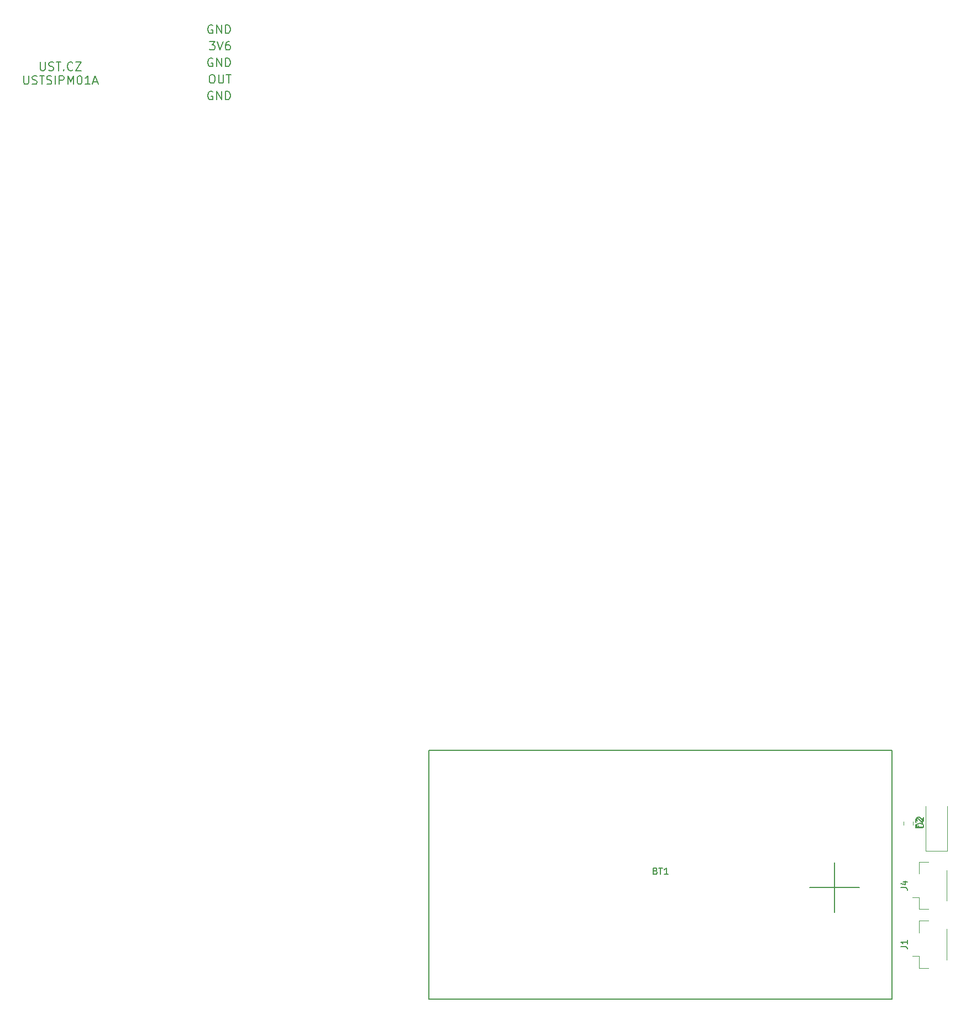
<source format=gbr>
%TF.GenerationSoftware,KiCad,Pcbnew,6.0.4-6f826c9f35~116~ubuntu20.04.1*%
%TF.CreationDate,2022-07-18T09:06:11+00:00*%
%TF.ProjectId,UST1BATTD01A,55535431-4241-4545-9444-3031412e6b69,rev?*%
%TF.SameCoordinates,PX463f660PY87a6900*%
%TF.FileFunction,Legend,Top*%
%TF.FilePolarity,Positive*%
%FSLAX46Y46*%
G04 Gerber Fmt 4.6, Leading zero omitted, Abs format (unit mm)*
G04 Created by KiCad (PCBNEW 6.0.4-6f826c9f35~116~ubuntu20.04.1) date 2022-07-18 09:06:11*
%MOMM*%
%LPD*%
G01*
G04 APERTURE LIST*
%ADD10C,0.200000*%
%ADD11C,0.150000*%
%ADD12C,0.120000*%
G04 APERTURE END LIST*
D10*
X-22913429Y145310000D02*
X-23037239Y145371904D01*
X-23222953Y145371904D01*
X-23408667Y145310000D01*
X-23532477Y145186190D01*
X-23594381Y145062380D01*
X-23656286Y144814761D01*
X-23656286Y144629047D01*
X-23594381Y144381428D01*
X-23532477Y144257619D01*
X-23408667Y144133809D01*
X-23222953Y144071904D01*
X-23099143Y144071904D01*
X-22913429Y144133809D01*
X-22851524Y144195714D01*
X-22851524Y144629047D01*
X-23099143Y144629047D01*
X-22294381Y144071904D02*
X-22294381Y145371904D01*
X-21551524Y144071904D01*
X-21551524Y145371904D01*
X-20932477Y144071904D02*
X-20932477Y145371904D01*
X-20622953Y145371904D01*
X-20437239Y145310000D01*
X-20313429Y145186190D01*
X-20251524Y145062380D01*
X-20189620Y144814761D01*
X-20189620Y144629047D01*
X-20251524Y144381428D01*
X-20313429Y144257619D01*
X-20437239Y144133809D01*
X-20622953Y144071904D01*
X-20932477Y144071904D01*
X-49292286Y149840404D02*
X-49292286Y148788023D01*
X-49230381Y148664214D01*
X-49168477Y148602309D01*
X-49044667Y148540404D01*
X-48797048Y148540404D01*
X-48673239Y148602309D01*
X-48611334Y148664214D01*
X-48549429Y148788023D01*
X-48549429Y149840404D01*
X-47992286Y148602309D02*
X-47806572Y148540404D01*
X-47497048Y148540404D01*
X-47373239Y148602309D01*
X-47311334Y148664214D01*
X-47249429Y148788023D01*
X-47249429Y148911833D01*
X-47311334Y149035642D01*
X-47373239Y149097547D01*
X-47497048Y149159452D01*
X-47744667Y149221357D01*
X-47868477Y149283261D01*
X-47930381Y149345166D01*
X-47992286Y149468976D01*
X-47992286Y149592785D01*
X-47930381Y149716595D01*
X-47868477Y149778500D01*
X-47744667Y149840404D01*
X-47435143Y149840404D01*
X-47249429Y149778500D01*
X-46878000Y149840404D02*
X-46135143Y149840404D01*
X-46506572Y148540404D02*
X-46506572Y149840404D01*
X-45701810Y148664214D02*
X-45639905Y148602309D01*
X-45701810Y148540404D01*
X-45763715Y148602309D01*
X-45701810Y148664214D01*
X-45701810Y148540404D01*
X-44339905Y148664214D02*
X-44401810Y148602309D01*
X-44587524Y148540404D01*
X-44711334Y148540404D01*
X-44897048Y148602309D01*
X-45020858Y148726119D01*
X-45082762Y148849928D01*
X-45144667Y149097547D01*
X-45144667Y149283261D01*
X-45082762Y149530880D01*
X-45020858Y149654690D01*
X-44897048Y149778500D01*
X-44711334Y149840404D01*
X-44587524Y149840404D01*
X-44401810Y149778500D01*
X-44339905Y149716595D01*
X-43906572Y149840404D02*
X-43039905Y149840404D01*
X-43906572Y148540404D01*
X-43039905Y148540404D01*
X-51830381Y147747404D02*
X-51830381Y146695023D01*
X-51768477Y146571214D01*
X-51706572Y146509309D01*
X-51582762Y146447404D01*
X-51335143Y146447404D01*
X-51211334Y146509309D01*
X-51149429Y146571214D01*
X-51087524Y146695023D01*
X-51087524Y147747404D01*
X-50530381Y146509309D02*
X-50344667Y146447404D01*
X-50035143Y146447404D01*
X-49911334Y146509309D01*
X-49849429Y146571214D01*
X-49787524Y146695023D01*
X-49787524Y146818833D01*
X-49849429Y146942642D01*
X-49911334Y147004547D01*
X-50035143Y147066452D01*
X-50282762Y147128357D01*
X-50406572Y147190261D01*
X-50468477Y147252166D01*
X-50530381Y147375976D01*
X-50530381Y147499785D01*
X-50468477Y147623595D01*
X-50406572Y147685500D01*
X-50282762Y147747404D01*
X-49973239Y147747404D01*
X-49787524Y147685500D01*
X-49416096Y147747404D02*
X-48673239Y147747404D01*
X-49044667Y146447404D02*
X-49044667Y147747404D01*
X-48301810Y146509309D02*
X-48116096Y146447404D01*
X-47806572Y146447404D01*
X-47682762Y146509309D01*
X-47620858Y146571214D01*
X-47558953Y146695023D01*
X-47558953Y146818833D01*
X-47620858Y146942642D01*
X-47682762Y147004547D01*
X-47806572Y147066452D01*
X-48054191Y147128357D01*
X-48178000Y147190261D01*
X-48239905Y147252166D01*
X-48301810Y147375976D01*
X-48301810Y147499785D01*
X-48239905Y147623595D01*
X-48178000Y147685500D01*
X-48054191Y147747404D01*
X-47744667Y147747404D01*
X-47558953Y147685500D01*
X-47001810Y146447404D02*
X-47001810Y147747404D01*
X-46382762Y146447404D02*
X-46382762Y147747404D01*
X-45887524Y147747404D01*
X-45763715Y147685500D01*
X-45701810Y147623595D01*
X-45639905Y147499785D01*
X-45639905Y147314071D01*
X-45701810Y147190261D01*
X-45763715Y147128357D01*
X-45887524Y147066452D01*
X-46382762Y147066452D01*
X-45082762Y146447404D02*
X-45082762Y147747404D01*
X-44649429Y146818833D01*
X-44216096Y147747404D01*
X-44216096Y146447404D01*
X-43349429Y147747404D02*
X-43225620Y147747404D01*
X-43101810Y147685500D01*
X-43039905Y147623595D01*
X-42978000Y147499785D01*
X-42916096Y147252166D01*
X-42916096Y146942642D01*
X-42978000Y146695023D01*
X-43039905Y146571214D01*
X-43101810Y146509309D01*
X-43225620Y146447404D01*
X-43349429Y146447404D01*
X-43473239Y146509309D01*
X-43535143Y146571214D01*
X-43597048Y146695023D01*
X-43658953Y146942642D01*
X-43658953Y147252166D01*
X-43597048Y147499785D01*
X-43535143Y147623595D01*
X-43473239Y147685500D01*
X-43349429Y147747404D01*
X-41678000Y146447404D02*
X-42420858Y146447404D01*
X-42049429Y146447404D02*
X-42049429Y147747404D01*
X-42173239Y147561690D01*
X-42297048Y147437880D01*
X-42420858Y147375976D01*
X-41182762Y146818833D02*
X-40563715Y146818833D01*
X-41306572Y146447404D02*
X-40873239Y147747404D01*
X-40439905Y146447404D01*
X-23099143Y147911904D02*
X-22851524Y147911904D01*
X-22727715Y147850000D01*
X-22603905Y147726190D01*
X-22542000Y147478571D01*
X-22542000Y147045238D01*
X-22603905Y146797619D01*
X-22727715Y146673809D01*
X-22851524Y146611904D01*
X-23099143Y146611904D01*
X-23222953Y146673809D01*
X-23346762Y146797619D01*
X-23408667Y147045238D01*
X-23408667Y147478571D01*
X-23346762Y147726190D01*
X-23222953Y147850000D01*
X-23099143Y147911904D01*
X-21984858Y147911904D02*
X-21984858Y146859523D01*
X-21922953Y146735714D01*
X-21861048Y146673809D01*
X-21737239Y146611904D01*
X-21489620Y146611904D01*
X-21365810Y146673809D01*
X-21303905Y146735714D01*
X-21242000Y146859523D01*
X-21242000Y147911904D01*
X-20808667Y147911904D02*
X-20065810Y147911904D01*
X-20437239Y146611904D02*
X-20437239Y147911904D01*
X-22913429Y155470000D02*
X-23037239Y155531904D01*
X-23222953Y155531904D01*
X-23408667Y155470000D01*
X-23532477Y155346190D01*
X-23594381Y155222380D01*
X-23656286Y154974761D01*
X-23656286Y154789047D01*
X-23594381Y154541428D01*
X-23532477Y154417619D01*
X-23408667Y154293809D01*
X-23222953Y154231904D01*
X-23099143Y154231904D01*
X-22913429Y154293809D01*
X-22851524Y154355714D01*
X-22851524Y154789047D01*
X-23099143Y154789047D01*
X-22294381Y154231904D02*
X-22294381Y155531904D01*
X-21551524Y154231904D01*
X-21551524Y155531904D01*
X-20932477Y154231904D02*
X-20932477Y155531904D01*
X-20622953Y155531904D01*
X-20437239Y155470000D01*
X-20313429Y155346190D01*
X-20251524Y155222380D01*
X-20189620Y154974761D01*
X-20189620Y154789047D01*
X-20251524Y154541428D01*
X-20313429Y154417619D01*
X-20437239Y154293809D01*
X-20622953Y154231904D01*
X-20932477Y154231904D01*
X-23346762Y152991904D02*
X-22542000Y152991904D01*
X-22975334Y152496666D01*
X-22789620Y152496666D01*
X-22665810Y152434761D01*
X-22603905Y152372857D01*
X-22542000Y152249047D01*
X-22542000Y151939523D01*
X-22603905Y151815714D01*
X-22665810Y151753809D01*
X-22789620Y151691904D01*
X-23161048Y151691904D01*
X-23284858Y151753809D01*
X-23346762Y151815714D01*
X-22170572Y152991904D02*
X-21737239Y151691904D01*
X-21303905Y152991904D01*
X-20313429Y152991904D02*
X-20561048Y152991904D01*
X-20684858Y152930000D01*
X-20746762Y152868095D01*
X-20870572Y152682380D01*
X-20932477Y152434761D01*
X-20932477Y151939523D01*
X-20870572Y151815714D01*
X-20808667Y151753809D01*
X-20684858Y151691904D01*
X-20437239Y151691904D01*
X-20313429Y151753809D01*
X-20251524Y151815714D01*
X-20189620Y151939523D01*
X-20189620Y152249047D01*
X-20251524Y152372857D01*
X-20313429Y152434761D01*
X-20437239Y152496666D01*
X-20684858Y152496666D01*
X-20808667Y152434761D01*
X-20870572Y152372857D01*
X-20932477Y152249047D01*
X-22913429Y150390000D02*
X-23037239Y150451904D01*
X-23222953Y150451904D01*
X-23408667Y150390000D01*
X-23532477Y150266190D01*
X-23594381Y150142380D01*
X-23656286Y149894761D01*
X-23656286Y149709047D01*
X-23594381Y149461428D01*
X-23532477Y149337619D01*
X-23408667Y149213809D01*
X-23222953Y149151904D01*
X-23099143Y149151904D01*
X-22913429Y149213809D01*
X-22851524Y149275714D01*
X-22851524Y149709047D01*
X-23099143Y149709047D01*
X-22294381Y149151904D02*
X-22294381Y150451904D01*
X-21551524Y149151904D01*
X-21551524Y150451904D01*
X-20932477Y149151904D02*
X-20932477Y150451904D01*
X-20622953Y150451904D01*
X-20437239Y150390000D01*
X-20313429Y150266190D01*
X-20251524Y150142380D01*
X-20189620Y149894761D01*
X-20189620Y149709047D01*
X-20251524Y149461428D01*
X-20313429Y149337619D01*
X-20437239Y149213809D01*
X-20622953Y149151904D01*
X-20932477Y149151904D01*
D11*
%TO.C,BT1*%
X44934285Y25971429D02*
X45077142Y25923810D01*
X45124761Y25876191D01*
X45172380Y25780953D01*
X45172380Y25638096D01*
X45124761Y25542858D01*
X45077142Y25495239D01*
X44981904Y25447620D01*
X44600952Y25447620D01*
X44600952Y26447620D01*
X44934285Y26447620D01*
X45029523Y26400000D01*
X45077142Y26352381D01*
X45124761Y26257143D01*
X45124761Y26161905D01*
X45077142Y26066667D01*
X45029523Y26019048D01*
X44934285Y25971429D01*
X44600952Y25971429D01*
X45458095Y26447620D02*
X46029523Y26447620D01*
X45743809Y25447620D02*
X45743809Y26447620D01*
X46886666Y25447620D02*
X46315238Y25447620D01*
X46600952Y25447620D02*
X46600952Y26447620D01*
X46505714Y26304762D01*
X46410476Y26209524D01*
X46315238Y26161905D01*
X68580476Y23415715D02*
X76199523Y23415715D01*
X72390000Y19606191D02*
X72390000Y27225239D01*
%TO.C,D2*%
X85963380Y32702905D02*
X84963380Y32702905D01*
X84963380Y32941000D01*
X85011000Y33083858D01*
X85106238Y33179096D01*
X85201476Y33226715D01*
X85391952Y33274334D01*
X85534809Y33274334D01*
X85725285Y33226715D01*
X85820523Y33179096D01*
X85915761Y33083858D01*
X85963380Y32941000D01*
X85963380Y32702905D01*
X85058619Y33655286D02*
X85011000Y33702905D01*
X84963380Y33798143D01*
X84963380Y34036239D01*
X85011000Y34131477D01*
X85058619Y34179096D01*
X85153857Y34226715D01*
X85249095Y34226715D01*
X85391952Y34179096D01*
X85963380Y33607667D01*
X85963380Y34226715D01*
%TO.C,F2*%
X85271571Y32949667D02*
X85271571Y32616334D01*
X85795380Y32616334D02*
X84795380Y32616334D01*
X84795380Y33092524D01*
X84890619Y33425858D02*
X84843000Y33473477D01*
X84795380Y33568715D01*
X84795380Y33806810D01*
X84843000Y33902048D01*
X84890619Y33949667D01*
X84985857Y33997286D01*
X85081095Y33997286D01*
X85223952Y33949667D01*
X85795380Y33378239D01*
X85795380Y33997286D01*
%TO.C,J1*%
X82552380Y14398667D02*
X83266666Y14398667D01*
X83409523Y14351048D01*
X83504761Y14255810D01*
X83552380Y14112953D01*
X83552380Y14017715D01*
X83552380Y15398667D02*
X83552380Y14827239D01*
X83552380Y15112953D02*
X82552380Y15112953D01*
X82695238Y15017715D01*
X82790476Y14922477D01*
X82838095Y14827239D01*
%TO.C,J4*%
X82552380Y23415667D02*
X83266666Y23415667D01*
X83409523Y23368048D01*
X83504761Y23272810D01*
X83552380Y23129953D01*
X83552380Y23034715D01*
X82885714Y24320429D02*
X83552380Y24320429D01*
X82504761Y24082334D02*
X83219047Y23844239D01*
X83219047Y24463286D01*
%TO.C,BT1*%
X81220000Y6350000D02*
X81220000Y44450000D01*
X10220000Y6350000D02*
X10220000Y44450000D01*
X81220000Y44450000D02*
X10220000Y44450000D01*
X81220000Y6350000D02*
X10220000Y6350000D01*
D12*
%TO.C,D2*%
X86361000Y29041000D02*
X89661000Y29041000D01*
X86361000Y29041000D02*
X86361000Y35941000D01*
X89661000Y29041000D02*
X89661000Y35941000D01*
%TO.C,F2*%
X84403000Y33544252D02*
X84403000Y33021748D01*
X82983000Y33544252D02*
X82983000Y33021748D01*
%TO.C,J1*%
X86740000Y11122000D02*
X85290000Y11122000D01*
X85290000Y18342000D02*
X85290000Y16542000D01*
X89560000Y12392000D02*
X89560000Y17072000D01*
X85290000Y12922000D02*
X84300000Y12922000D01*
X86740000Y18342000D02*
X85290000Y18342000D01*
X85290000Y11122000D02*
X85290000Y12922000D01*
%TO.C,J4*%
X86740000Y20139000D02*
X85290000Y20139000D01*
X85290000Y20139000D02*
X85290000Y21939000D01*
X86740000Y27359000D02*
X85290000Y27359000D01*
X85290000Y21939000D02*
X84300000Y21939000D01*
X85290000Y27359000D02*
X85290000Y25559000D01*
X89560000Y21409000D02*
X89560000Y26089000D01*
%TD*%
M02*

</source>
